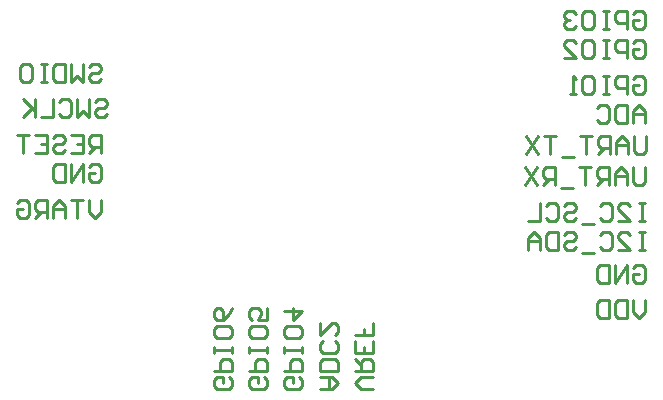
<source format=gbo>
G04*
G04 #@! TF.GenerationSoftware,Altium Limited,Altium Designer,22.9.1 (49)*
G04*
G04 Layer_Color=32896*
%FSLAX44Y44*%
%MOMM*%
G71*
G04*
G04 #@! TF.SameCoordinates,EB67C6D0-91D5-4CF3-8B5F-14A5E2A69FE3*
G04*
G04*
G04 #@! TF.FilePolarity,Positive*
G04*
G01*
G75*
%ADD10C,0.2540*%
D10*
X337460Y442775D02*
Y432618D01*
X332382Y427540D01*
X327303Y432618D01*
Y442775D01*
X322225D02*
X312068D01*
X317147D01*
Y427540D01*
X306990D02*
Y437697D01*
X301912Y442775D01*
X296833Y437697D01*
Y427540D01*
Y435158D01*
X306990D01*
X291755Y427540D02*
Y442775D01*
X284137D01*
X281598Y440236D01*
Y435158D01*
X284137Y432618D01*
X291755D01*
X286676D02*
X281598Y427540D01*
X266363Y440236D02*
X268902Y442775D01*
X273981D01*
X276520Y440236D01*
Y430079D01*
X273981Y427540D01*
X268902D01*
X266363Y430079D01*
Y435158D01*
X271441D01*
X327303Y470236D02*
X329842Y472775D01*
X334921D01*
X337460Y470236D01*
Y460079D01*
X334921Y457540D01*
X329842D01*
X327303Y460079D01*
Y465158D01*
X332382D01*
X322225Y457540D02*
Y472775D01*
X312068Y457540D01*
Y472775D01*
X306990D02*
Y457540D01*
X299372D01*
X296833Y460079D01*
Y470236D01*
X299372Y472775D01*
X306990D01*
X337460Y482540D02*
Y497775D01*
X329842D01*
X327303Y495236D01*
Y490158D01*
X329842Y487618D01*
X337460D01*
X332382D02*
X327303Y482540D01*
X312068Y497775D02*
X322225D01*
Y482540D01*
X312068D01*
X322225Y490158D02*
X317147D01*
X296833Y495236D02*
X299372Y497775D01*
X304451D01*
X306990Y495236D01*
Y492697D01*
X304451Y490158D01*
X299372D01*
X296833Y487618D01*
Y485079D01*
X299372Y482540D01*
X304451D01*
X306990Y485079D01*
X281598Y497775D02*
X291755D01*
Y482540D01*
X281598D01*
X291755Y490158D02*
X286676D01*
X276520Y497775D02*
X266363D01*
X271441D01*
Y482540D01*
X332303Y525236D02*
X334842Y527775D01*
X339921D01*
X342460Y525236D01*
Y522697D01*
X339921Y520158D01*
X334842D01*
X332303Y517618D01*
Y515079D01*
X334842Y512540D01*
X339921D01*
X342460Y515079D01*
X327225Y527775D02*
Y512540D01*
X322147Y517618D01*
X317068Y512540D01*
Y527775D01*
X301833Y525236D02*
X304372Y527775D01*
X309451D01*
X311990Y525236D01*
Y515079D01*
X309451Y512540D01*
X304372D01*
X301833Y515079D01*
X296755Y527775D02*
Y512540D01*
X286598D01*
X281520Y527775D02*
Y512540D01*
Y517618D01*
X271363Y527775D01*
X278981Y520158D01*
X271363Y512540D01*
X327303Y555236D02*
X329842Y557775D01*
X334921D01*
X337460Y555236D01*
Y552697D01*
X334921Y550158D01*
X329842D01*
X327303Y547618D01*
Y545079D01*
X329842Y542540D01*
X334921D01*
X337460Y545079D01*
X322225Y557775D02*
Y542540D01*
X317147Y547618D01*
X312068Y542540D01*
Y557775D01*
X306990D02*
Y542540D01*
X299372D01*
X296833Y545079D01*
Y555236D01*
X299372Y557775D01*
X306990D01*
X291755D02*
X286676D01*
X289216D01*
Y542540D01*
X291755D01*
X286676D01*
X271441Y557775D02*
X276520D01*
X279059Y555236D01*
Y545079D01*
X276520Y542540D01*
X271441D01*
X268902Y545079D01*
Y555236D01*
X271441Y557775D01*
X567775Y282540D02*
X557618D01*
X552540Y287618D01*
X557618Y292697D01*
X567775D01*
X552540Y297775D02*
X567775D01*
Y305393D01*
X565236Y307932D01*
X560158D01*
X557618Y305393D01*
Y297775D01*
Y302853D02*
X552540Y307932D01*
X567775Y323167D02*
Y313010D01*
X552540D01*
Y323167D01*
X560158Y313010D02*
Y318088D01*
X567775Y338402D02*
Y328245D01*
X560158D01*
Y333324D01*
Y328245D01*
X552540D01*
X522540Y282540D02*
X532697D01*
X537775Y287618D01*
X532697Y292697D01*
X522540D01*
X530158D01*
Y282540D01*
X537775Y297775D02*
X522540D01*
Y305393D01*
X525079Y307932D01*
X535236D01*
X537775Y305393D01*
Y297775D01*
X535236Y323167D02*
X537775Y320628D01*
Y315549D01*
X535236Y313010D01*
X525079D01*
X522540Y315549D01*
Y320628D01*
X525079Y323167D01*
X522540Y338402D02*
Y328245D01*
X532697Y338402D01*
X535236D01*
X537775Y335863D01*
Y330784D01*
X535236Y328245D01*
X505236Y292697D02*
X507775Y290158D01*
Y285079D01*
X505236Y282540D01*
X495079D01*
X492540Y285079D01*
Y290158D01*
X495079Y292697D01*
X500158D01*
Y287618D01*
X492540Y297775D02*
X507775D01*
Y305393D01*
X505236Y307932D01*
X500158D01*
X497618Y305393D01*
Y297775D01*
X507775Y313010D02*
Y318088D01*
Y315549D01*
X492540D01*
Y313010D01*
Y318088D01*
X507775Y333324D02*
Y328245D01*
X505236Y325706D01*
X495079D01*
X492540Y328245D01*
Y333324D01*
X495079Y335863D01*
X505236D01*
X507775Y333324D01*
X492540Y348559D02*
X507775D01*
X500158Y340941D01*
Y351098D01*
X475236Y292697D02*
X477775Y290158D01*
Y285079D01*
X475236Y282540D01*
X465079D01*
X462540Y285079D01*
Y290158D01*
X465079Y292697D01*
X470158D01*
Y287618D01*
X462540Y297775D02*
X477775D01*
Y305393D01*
X475236Y307932D01*
X470158D01*
X467618Y305393D01*
Y297775D01*
X477775Y313010D02*
Y318088D01*
Y315549D01*
X462540D01*
Y313010D01*
Y318088D01*
X477775Y333324D02*
Y328245D01*
X475236Y325706D01*
X465079D01*
X462540Y328245D01*
Y333324D01*
X465079Y335863D01*
X475236D01*
X477775Y333324D01*
Y351098D02*
Y340941D01*
X470158D01*
X472697Y346020D01*
Y348559D01*
X470158Y351098D01*
X465079D01*
X462540Y348559D01*
Y343480D01*
X465079Y340941D01*
X445236Y292697D02*
X447775Y290158D01*
Y285079D01*
X445236Y282540D01*
X435079D01*
X432540Y285079D01*
Y290158D01*
X435079Y292697D01*
X440158D01*
Y287618D01*
X432540Y297775D02*
X447775D01*
Y305393D01*
X445236Y307932D01*
X440158D01*
X437618Y305393D01*
Y297775D01*
X447775Y313010D02*
Y318088D01*
Y315549D01*
X432540D01*
Y313010D01*
Y318088D01*
X447775Y333324D02*
Y328245D01*
X445236Y325706D01*
X435079D01*
X432540Y328245D01*
Y333324D01*
X435079Y335863D01*
X445236D01*
X447775Y333324D01*
Y351098D02*
X445236Y346020D01*
X440158Y340941D01*
X435079D01*
X432540Y343480D01*
Y348559D01*
X435079Y351098D01*
X437618D01*
X440158Y348559D01*
Y340941D01*
X797460Y357775D02*
Y347618D01*
X792382Y342540D01*
X787303Y347618D01*
Y357775D01*
X782225D02*
Y342540D01*
X774607D01*
X772068Y345079D01*
Y355236D01*
X774607Y357775D01*
X782225D01*
X766990D02*
Y342540D01*
X759372D01*
X756833Y345079D01*
Y355236D01*
X759372Y357775D01*
X766990D01*
X787303Y385236D02*
X789843Y387775D01*
X794921D01*
X797460Y385236D01*
Y375079D01*
X794921Y372540D01*
X789843D01*
X787303Y375079D01*
Y380158D01*
X792382D01*
X782225Y372540D02*
Y387775D01*
X772068Y372540D01*
Y387775D01*
X766990D02*
Y372540D01*
X759372D01*
X756833Y375079D01*
Y385236D01*
X759372Y387775D01*
X766990D01*
X797460Y415314D02*
X792382D01*
X794921D01*
Y400079D01*
X797460D01*
X792382D01*
X774607D02*
X784764D01*
X774607Y410236D01*
Y412775D01*
X777147Y415314D01*
X782225D01*
X784764Y412775D01*
X759372D02*
X761911Y415314D01*
X766990D01*
X769529Y412775D01*
Y402618D01*
X766990Y400079D01*
X761911D01*
X759372Y402618D01*
X754294Y397540D02*
X744137D01*
X728902Y412775D02*
X731441Y415314D01*
X736520D01*
X739059Y412775D01*
Y410236D01*
X736520Y407697D01*
X731441D01*
X728902Y405158D01*
Y402618D01*
X731441Y400079D01*
X736520D01*
X739059Y402618D01*
X723824Y415314D02*
Y400079D01*
X716206D01*
X713667Y402618D01*
Y412775D01*
X716206Y415314D01*
X723824D01*
X708589Y400079D02*
Y410236D01*
X703510Y415314D01*
X698432Y410236D01*
Y400079D01*
Y407697D01*
X708589D01*
X797460Y440314D02*
X792382D01*
X794921D01*
Y425079D01*
X797460D01*
X792382D01*
X774607D02*
X784764D01*
X774607Y435236D01*
Y437775D01*
X777147Y440314D01*
X782225D01*
X784764Y437775D01*
X759372D02*
X761911Y440314D01*
X766990D01*
X769529Y437775D01*
Y427618D01*
X766990Y425079D01*
X761911D01*
X759372Y427618D01*
X754294Y422540D02*
X744137D01*
X728902Y437775D02*
X731441Y440314D01*
X736520D01*
X739059Y437775D01*
Y435236D01*
X736520Y432697D01*
X731441D01*
X728902Y430158D01*
Y427618D01*
X731441Y425079D01*
X736520D01*
X739059Y427618D01*
X713667Y437775D02*
X716206Y440314D01*
X721285D01*
X723824Y437775D01*
Y427618D01*
X721285Y425079D01*
X716206D01*
X713667Y427618D01*
X708589Y440314D02*
Y425079D01*
X698432D01*
X797460Y470314D02*
Y457618D01*
X794921Y455079D01*
X789843D01*
X787303Y457618D01*
Y470314D01*
X782225Y455079D02*
Y465236D01*
X777147Y470314D01*
X772068Y465236D01*
Y455079D01*
Y462697D01*
X782225D01*
X766990Y455079D02*
Y470314D01*
X759372D01*
X756833Y467775D01*
Y462697D01*
X759372Y460158D01*
X766990D01*
X761911D02*
X756833Y455079D01*
X751755Y470314D02*
X741598D01*
X746676D01*
Y455079D01*
X736520Y452540D02*
X726363D01*
X721285Y455079D02*
Y470314D01*
X713667D01*
X711128Y467775D01*
Y462697D01*
X713667Y460158D01*
X721285D01*
X716206D02*
X711128Y455079D01*
X706050Y470314D02*
X695893Y455079D01*
Y470314D02*
X706050Y455079D01*
X798984Y496838D02*
Y484142D01*
X796445Y481603D01*
X791367D01*
X788827Y484142D01*
Y496838D01*
X783749Y481603D02*
Y491760D01*
X778671Y496838D01*
X773592Y491760D01*
Y481603D01*
Y489221D01*
X783749D01*
X768514Y481603D02*
Y496838D01*
X760896D01*
X758357Y494299D01*
Y489221D01*
X760896Y486682D01*
X768514D01*
X763436D02*
X758357Y481603D01*
X753279Y496838D02*
X743122D01*
X748200D01*
Y481603D01*
X738044Y479064D02*
X727887D01*
X722809Y496838D02*
X712652D01*
X717730D01*
Y481603D01*
X707574Y496838D02*
X697417Y481603D01*
Y496838D02*
X707574Y481603D01*
X797460Y507540D02*
Y517697D01*
X792382Y522775D01*
X787303Y517697D01*
Y507540D01*
Y515158D01*
X797460D01*
X782225Y522775D02*
Y507540D01*
X774607D01*
X772068Y510079D01*
Y520236D01*
X774607Y522775D01*
X782225D01*
X756833Y520236D02*
X759372Y522775D01*
X764451D01*
X766990Y520236D01*
Y510079D01*
X764451Y507540D01*
X759372D01*
X756833Y510079D01*
X787303Y545236D02*
X789843Y547775D01*
X794921D01*
X797460Y545236D01*
Y535079D01*
X794921Y532540D01*
X789843D01*
X787303Y535079D01*
Y540158D01*
X792382D01*
X782225Y532540D02*
Y547775D01*
X774607D01*
X772068Y545236D01*
Y540158D01*
X774607Y537618D01*
X782225D01*
X766990Y547775D02*
X761911D01*
X764451D01*
Y532540D01*
X766990D01*
X761911D01*
X746676Y547775D02*
X751755D01*
X754294Y545236D01*
Y535079D01*
X751755Y532540D01*
X746676D01*
X744137Y535079D01*
Y545236D01*
X746676Y547775D01*
X739059Y532540D02*
X733980D01*
X736520D01*
Y547775D01*
X739059Y545236D01*
X787303Y575236D02*
X789843Y577775D01*
X794921D01*
X797460Y575236D01*
Y565079D01*
X794921Y562540D01*
X789843D01*
X787303Y565079D01*
Y570158D01*
X792382D01*
X782225Y562540D02*
Y577775D01*
X774607D01*
X772068Y575236D01*
Y570158D01*
X774607Y567618D01*
X782225D01*
X766990Y577775D02*
X761911D01*
X764451D01*
Y562540D01*
X766990D01*
X761911D01*
X746676Y577775D02*
X751755D01*
X754294Y575236D01*
Y565079D01*
X751755Y562540D01*
X746676D01*
X744137Y565079D01*
Y575236D01*
X746676Y577775D01*
X728902Y562540D02*
X739059D01*
X728902Y572697D01*
Y575236D01*
X731441Y577775D01*
X736520D01*
X739059Y575236D01*
X787303Y600236D02*
X789843Y602775D01*
X794921D01*
X797460Y600236D01*
Y590079D01*
X794921Y587540D01*
X789843D01*
X787303Y590079D01*
Y595158D01*
X792382D01*
X782225Y587540D02*
Y602775D01*
X774607D01*
X772068Y600236D01*
Y595158D01*
X774607Y592618D01*
X782225D01*
X766990Y602775D02*
X761911D01*
X764451D01*
Y587540D01*
X766990D01*
X761911D01*
X746676Y602775D02*
X751755D01*
X754294Y600236D01*
Y590079D01*
X751755Y587540D01*
X746676D01*
X744137Y590079D01*
Y600236D01*
X746676Y602775D01*
X739059Y600236D02*
X736520Y602775D01*
X731441D01*
X728902Y600236D01*
Y597697D01*
X731441Y595158D01*
X733980D01*
X731441D01*
X728902Y592618D01*
Y590079D01*
X731441Y587540D01*
X736520D01*
X739059Y590079D01*
M02*

</source>
